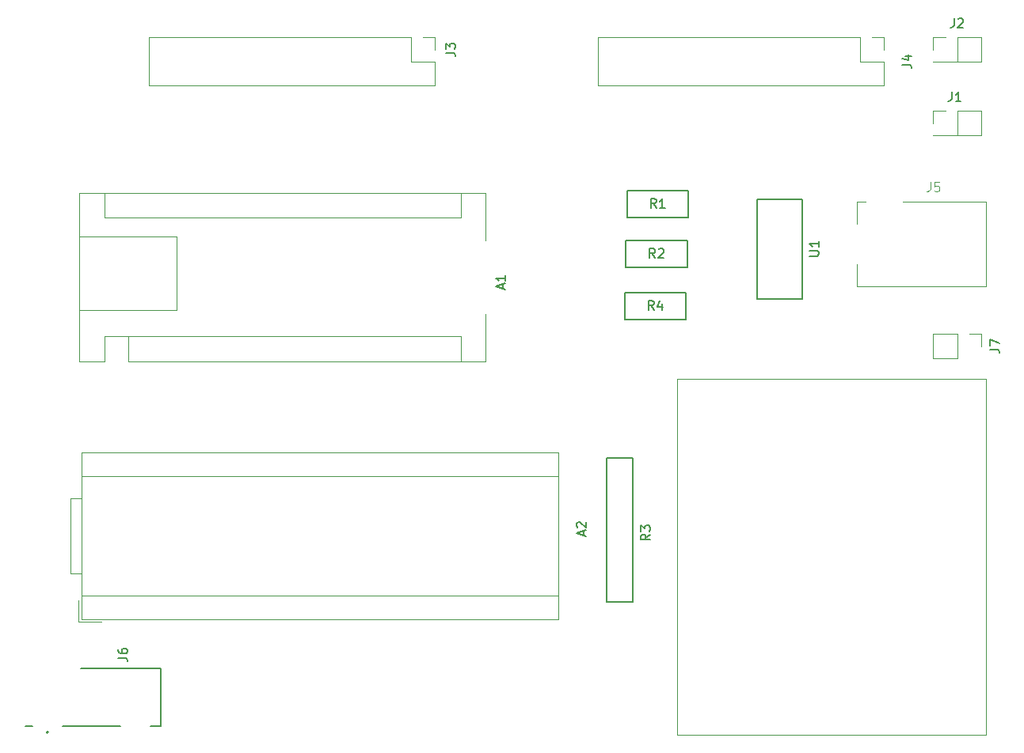
<source format=gbr>
%TF.GenerationSoftware,KiCad,Pcbnew,8.0.6*%
%TF.CreationDate,2025-09-07T21:00:42+02:00*%
%TF.ProjectId,main_board,6d61696e-5f62-46f6-9172-642e6b696361,rev?*%
%TF.SameCoordinates,Original*%
%TF.FileFunction,Legend,Top*%
%TF.FilePolarity,Positive*%
%FSLAX46Y46*%
G04 Gerber Fmt 4.6, Leading zero omitted, Abs format (unit mm)*
G04 Created by KiCad (PCBNEW 8.0.6) date 2025-09-07 21:00:42*
%MOMM*%
%LPD*%
G01*
G04 APERTURE LIST*
%ADD10C,0.150000*%
%ADD11C,0.100000*%
%ADD12C,0.120000*%
%ADD13C,0.152400*%
%ADD14C,0.200000*%
%ADD15C,0.127000*%
%ADD16C,0.050000*%
%ADD17R,1.700000X1.700000*%
%ADD18O,1.700000X1.700000*%
%ADD19R,1.320800X1.320800*%
%ADD20C,1.320800*%
%ADD21O,2.604000X1.404000*%
%ADD22O,2.820000X1.512000*%
%ADD23C,1.800000*%
%ADD24R,1.397000X1.397000*%
%ADD25C,1.397000*%
%ADD26C,3.200000*%
%ADD27R,1.600000X1.600000*%
%ADD28O,1.600000X1.600000*%
%ADD29C,1.700000*%
%ADD30R,1.651000X1.651000*%
%ADD31C,1.651000*%
%ADD32O,2.000000X4.200000*%
%ADD33O,4.200000X2.000000*%
%ADD34C,4.000000*%
G04 APERTURE END LIST*
D10*
X181826819Y-54943333D02*
X182541104Y-54943333D01*
X182541104Y-54943333D02*
X182683961Y-54990952D01*
X182683961Y-54990952D02*
X182779200Y-55086190D01*
X182779200Y-55086190D02*
X182826819Y-55229047D01*
X182826819Y-55229047D02*
X182826819Y-55324285D01*
X182160152Y-54038571D02*
X182826819Y-54038571D01*
X181779200Y-54276666D02*
X182493485Y-54514761D01*
X182493485Y-54514761D02*
X182493485Y-53895714D01*
X187118666Y-57874819D02*
X187118666Y-58589104D01*
X187118666Y-58589104D02*
X187071047Y-58731961D01*
X187071047Y-58731961D02*
X186975809Y-58827200D01*
X186975809Y-58827200D02*
X186832952Y-58874819D01*
X186832952Y-58874819D02*
X186737714Y-58874819D01*
X188118666Y-58874819D02*
X187547238Y-58874819D01*
X187832952Y-58874819D02*
X187832952Y-57874819D01*
X187832952Y-57874819D02*
X187737714Y-58017676D01*
X187737714Y-58017676D02*
X187642476Y-58112914D01*
X187642476Y-58112914D02*
X187547238Y-58160533D01*
X154886819Y-105246466D02*
X154410628Y-105579799D01*
X154886819Y-105817894D02*
X153886819Y-105817894D01*
X153886819Y-105817894D02*
X153886819Y-105436942D01*
X153886819Y-105436942D02*
X153934438Y-105341704D01*
X153934438Y-105341704D02*
X153982057Y-105294085D01*
X153982057Y-105294085D02*
X154077295Y-105246466D01*
X154077295Y-105246466D02*
X154220152Y-105246466D01*
X154220152Y-105246466D02*
X154315390Y-105294085D01*
X154315390Y-105294085D02*
X154363009Y-105341704D01*
X154363009Y-105341704D02*
X154410628Y-105436942D01*
X154410628Y-105436942D02*
X154410628Y-105817894D01*
X153886819Y-104913132D02*
X153886819Y-104294085D01*
X153886819Y-104294085D02*
X154267771Y-104627418D01*
X154267771Y-104627418D02*
X154267771Y-104484561D01*
X154267771Y-104484561D02*
X154315390Y-104389323D01*
X154315390Y-104389323D02*
X154363009Y-104341704D01*
X154363009Y-104341704D02*
X154458247Y-104294085D01*
X154458247Y-104294085D02*
X154696342Y-104294085D01*
X154696342Y-104294085D02*
X154791580Y-104341704D01*
X154791580Y-104341704D02*
X154839200Y-104389323D01*
X154839200Y-104389323D02*
X154886819Y-104484561D01*
X154886819Y-104484561D02*
X154886819Y-104770275D01*
X154886819Y-104770275D02*
X154839200Y-104865513D01*
X154839200Y-104865513D02*
X154791580Y-104913132D01*
X187372666Y-50000819D02*
X187372666Y-50715104D01*
X187372666Y-50715104D02*
X187325047Y-50857961D01*
X187325047Y-50857961D02*
X187229809Y-50953200D01*
X187229809Y-50953200D02*
X187086952Y-51000819D01*
X187086952Y-51000819D02*
X186991714Y-51000819D01*
X187801238Y-50096057D02*
X187848857Y-50048438D01*
X187848857Y-50048438D02*
X187944095Y-50000819D01*
X187944095Y-50000819D02*
X188182190Y-50000819D01*
X188182190Y-50000819D02*
X188277428Y-50048438D01*
X188277428Y-50048438D02*
X188325047Y-50096057D01*
X188325047Y-50096057D02*
X188372666Y-50191295D01*
X188372666Y-50191295D02*
X188372666Y-50286533D01*
X188372666Y-50286533D02*
X188325047Y-50429390D01*
X188325047Y-50429390D02*
X187753619Y-51000819D01*
X187753619Y-51000819D02*
X188372666Y-51000819D01*
X98006819Y-118443333D02*
X98721104Y-118443333D01*
X98721104Y-118443333D02*
X98863961Y-118490952D01*
X98863961Y-118490952D02*
X98959200Y-118586190D01*
X98959200Y-118586190D02*
X99006819Y-118729047D01*
X99006819Y-118729047D02*
X99006819Y-118824285D01*
X98006819Y-117538571D02*
X98006819Y-117729047D01*
X98006819Y-117729047D02*
X98054438Y-117824285D01*
X98054438Y-117824285D02*
X98102057Y-117871904D01*
X98102057Y-117871904D02*
X98244914Y-117967142D01*
X98244914Y-117967142D02*
X98435390Y-118014761D01*
X98435390Y-118014761D02*
X98816342Y-118014761D01*
X98816342Y-118014761D02*
X98911580Y-117967142D01*
X98911580Y-117967142D02*
X98959200Y-117919523D01*
X98959200Y-117919523D02*
X99006819Y-117824285D01*
X99006819Y-117824285D02*
X99006819Y-117633809D01*
X99006819Y-117633809D02*
X98959200Y-117538571D01*
X98959200Y-117538571D02*
X98911580Y-117490952D01*
X98911580Y-117490952D02*
X98816342Y-117443333D01*
X98816342Y-117443333D02*
X98578247Y-117443333D01*
X98578247Y-117443333D02*
X98483009Y-117490952D01*
X98483009Y-117490952D02*
X98435390Y-117538571D01*
X98435390Y-117538571D02*
X98387771Y-117633809D01*
X98387771Y-117633809D02*
X98387771Y-117824285D01*
X98387771Y-117824285D02*
X98435390Y-117919523D01*
X98435390Y-117919523D02*
X98483009Y-117967142D01*
X98483009Y-117967142D02*
X98578247Y-118014761D01*
X155281333Y-81226819D02*
X154948000Y-80750628D01*
X154709905Y-81226819D02*
X154709905Y-80226819D01*
X154709905Y-80226819D02*
X155090857Y-80226819D01*
X155090857Y-80226819D02*
X155186095Y-80274438D01*
X155186095Y-80274438D02*
X155233714Y-80322057D01*
X155233714Y-80322057D02*
X155281333Y-80417295D01*
X155281333Y-80417295D02*
X155281333Y-80560152D01*
X155281333Y-80560152D02*
X155233714Y-80655390D01*
X155233714Y-80655390D02*
X155186095Y-80703009D01*
X155186095Y-80703009D02*
X155090857Y-80750628D01*
X155090857Y-80750628D02*
X154709905Y-80750628D01*
X156138476Y-80560152D02*
X156138476Y-81226819D01*
X155900381Y-80179200D02*
X155662286Y-80893485D01*
X155662286Y-80893485D02*
X156281333Y-80893485D01*
X139107104Y-78946285D02*
X139107104Y-78470095D01*
X139392819Y-79041523D02*
X138392819Y-78708190D01*
X138392819Y-78708190D02*
X139392819Y-78374857D01*
X139392819Y-77517714D02*
X139392819Y-78089142D01*
X139392819Y-77803428D02*
X138392819Y-77803428D01*
X138392819Y-77803428D02*
X138535676Y-77898666D01*
X138535676Y-77898666D02*
X138630914Y-77993904D01*
X138630914Y-77993904D02*
X138678533Y-78089142D01*
X155535333Y-70304819D02*
X155202000Y-69828628D01*
X154963905Y-70304819D02*
X154963905Y-69304819D01*
X154963905Y-69304819D02*
X155344857Y-69304819D01*
X155344857Y-69304819D02*
X155440095Y-69352438D01*
X155440095Y-69352438D02*
X155487714Y-69400057D01*
X155487714Y-69400057D02*
X155535333Y-69495295D01*
X155535333Y-69495295D02*
X155535333Y-69638152D01*
X155535333Y-69638152D02*
X155487714Y-69733390D01*
X155487714Y-69733390D02*
X155440095Y-69781009D01*
X155440095Y-69781009D02*
X155344857Y-69828628D01*
X155344857Y-69828628D02*
X154963905Y-69828628D01*
X156487714Y-70304819D02*
X155916286Y-70304819D01*
X156202000Y-70304819D02*
X156202000Y-69304819D01*
X156202000Y-69304819D02*
X156106762Y-69447676D01*
X156106762Y-69447676D02*
X156011524Y-69542914D01*
X156011524Y-69542914D02*
X155916286Y-69590533D01*
X155408333Y-75638819D02*
X155075000Y-75162628D01*
X154836905Y-75638819D02*
X154836905Y-74638819D01*
X154836905Y-74638819D02*
X155217857Y-74638819D01*
X155217857Y-74638819D02*
X155313095Y-74686438D01*
X155313095Y-74686438D02*
X155360714Y-74734057D01*
X155360714Y-74734057D02*
X155408333Y-74829295D01*
X155408333Y-74829295D02*
X155408333Y-74972152D01*
X155408333Y-74972152D02*
X155360714Y-75067390D01*
X155360714Y-75067390D02*
X155313095Y-75115009D01*
X155313095Y-75115009D02*
X155217857Y-75162628D01*
X155217857Y-75162628D02*
X154836905Y-75162628D01*
X155789286Y-74734057D02*
X155836905Y-74686438D01*
X155836905Y-74686438D02*
X155932143Y-74638819D01*
X155932143Y-74638819D02*
X156170238Y-74638819D01*
X156170238Y-74638819D02*
X156265476Y-74686438D01*
X156265476Y-74686438D02*
X156313095Y-74734057D01*
X156313095Y-74734057D02*
X156360714Y-74829295D01*
X156360714Y-74829295D02*
X156360714Y-74924533D01*
X156360714Y-74924533D02*
X156313095Y-75067390D01*
X156313095Y-75067390D02*
X155741667Y-75638819D01*
X155741667Y-75638819D02*
X156360714Y-75638819D01*
X147743104Y-105362285D02*
X147743104Y-104886095D01*
X148028819Y-105457523D02*
X147028819Y-105124190D01*
X147028819Y-105124190D02*
X148028819Y-104790857D01*
X147124057Y-104505142D02*
X147076438Y-104457523D01*
X147076438Y-104457523D02*
X147028819Y-104362285D01*
X147028819Y-104362285D02*
X147028819Y-104124190D01*
X147028819Y-104124190D02*
X147076438Y-104028952D01*
X147076438Y-104028952D02*
X147124057Y-103981333D01*
X147124057Y-103981333D02*
X147219295Y-103933714D01*
X147219295Y-103933714D02*
X147314533Y-103933714D01*
X147314533Y-103933714D02*
X147457390Y-103981333D01*
X147457390Y-103981333D02*
X148028819Y-104552761D01*
X148028819Y-104552761D02*
X148028819Y-103933714D01*
X171920819Y-75437904D02*
X172730342Y-75437904D01*
X172730342Y-75437904D02*
X172825580Y-75390285D01*
X172825580Y-75390285D02*
X172873200Y-75342666D01*
X172873200Y-75342666D02*
X172920819Y-75247428D01*
X172920819Y-75247428D02*
X172920819Y-75056952D01*
X172920819Y-75056952D02*
X172873200Y-74961714D01*
X172873200Y-74961714D02*
X172825580Y-74914095D01*
X172825580Y-74914095D02*
X172730342Y-74866476D01*
X172730342Y-74866476D02*
X171920819Y-74866476D01*
X172920819Y-73866476D02*
X172920819Y-74437904D01*
X172920819Y-74152190D02*
X171920819Y-74152190D01*
X171920819Y-74152190D02*
X172063676Y-74247428D01*
X172063676Y-74247428D02*
X172158914Y-74342666D01*
X172158914Y-74342666D02*
X172206533Y-74437904D01*
X133058819Y-53673333D02*
X133773104Y-53673333D01*
X133773104Y-53673333D02*
X133915961Y-53720952D01*
X133915961Y-53720952D02*
X134011200Y-53816190D01*
X134011200Y-53816190D02*
X134058819Y-53959047D01*
X134058819Y-53959047D02*
X134058819Y-54054285D01*
X133058819Y-53292380D02*
X133058819Y-52673333D01*
X133058819Y-52673333D02*
X133439771Y-53006666D01*
X133439771Y-53006666D02*
X133439771Y-52863809D01*
X133439771Y-52863809D02*
X133487390Y-52768571D01*
X133487390Y-52768571D02*
X133535009Y-52720952D01*
X133535009Y-52720952D02*
X133630247Y-52673333D01*
X133630247Y-52673333D02*
X133868342Y-52673333D01*
X133868342Y-52673333D02*
X133963580Y-52720952D01*
X133963580Y-52720952D02*
X134011200Y-52768571D01*
X134011200Y-52768571D02*
X134058819Y-52863809D01*
X134058819Y-52863809D02*
X134058819Y-53149523D01*
X134058819Y-53149523D02*
X134011200Y-53244761D01*
X134011200Y-53244761D02*
X133963580Y-53292380D01*
D11*
X184832666Y-67529419D02*
X184832666Y-68243704D01*
X184832666Y-68243704D02*
X184785047Y-68386561D01*
X184785047Y-68386561D02*
X184689809Y-68481800D01*
X184689809Y-68481800D02*
X184546952Y-68529419D01*
X184546952Y-68529419D02*
X184451714Y-68529419D01*
X185785047Y-67529419D02*
X185308857Y-67529419D01*
X185308857Y-67529419D02*
X185261238Y-68005609D01*
X185261238Y-68005609D02*
X185308857Y-67957990D01*
X185308857Y-67957990D02*
X185404095Y-67910371D01*
X185404095Y-67910371D02*
X185642190Y-67910371D01*
X185642190Y-67910371D02*
X185737428Y-67957990D01*
X185737428Y-67957990D02*
X185785047Y-68005609D01*
X185785047Y-68005609D02*
X185832666Y-68100847D01*
X185832666Y-68100847D02*
X185832666Y-68338942D01*
X185832666Y-68338942D02*
X185785047Y-68434180D01*
X185785047Y-68434180D02*
X185737428Y-68481800D01*
X185737428Y-68481800D02*
X185642190Y-68529419D01*
X185642190Y-68529419D02*
X185404095Y-68529419D01*
X185404095Y-68529419D02*
X185308857Y-68481800D01*
X185308857Y-68481800D02*
X185261238Y-68434180D01*
D10*
X191224819Y-85423333D02*
X191939104Y-85423333D01*
X191939104Y-85423333D02*
X192081961Y-85470952D01*
X192081961Y-85470952D02*
X192177200Y-85566190D01*
X192177200Y-85566190D02*
X192224819Y-85709047D01*
X192224819Y-85709047D02*
X192224819Y-85804285D01*
X191224819Y-85042380D02*
X191224819Y-84375714D01*
X191224819Y-84375714D02*
X192224819Y-84804285D01*
D12*
X149292000Y-52010000D02*
X149292000Y-57210000D01*
X177292000Y-52010000D02*
X149292000Y-52010000D01*
X177292000Y-52010000D02*
X177292000Y-54610000D01*
X177292000Y-54610000D02*
X179892000Y-54610000D01*
X178562000Y-52010000D02*
X179892000Y-52010000D01*
X179892000Y-52010000D02*
X179892000Y-53340000D01*
X179892000Y-54610000D02*
X179892000Y-57210000D01*
X179892000Y-57210000D02*
X149292000Y-57210000D01*
X185106000Y-59884000D02*
X186436000Y-59884000D01*
X185106000Y-61214000D02*
X185106000Y-59884000D01*
X185106000Y-62484000D02*
X185106000Y-62544000D01*
X185106000Y-62484000D02*
X187706000Y-62484000D01*
X185106000Y-62544000D02*
X190306000Y-62544000D01*
X187706000Y-59884000D02*
X190306000Y-59884000D01*
X187706000Y-62484000D02*
X187706000Y-59884000D01*
X190306000Y-59884000D02*
X190306000Y-62544000D01*
D13*
X150266400Y-112483900D02*
X150266400Y-97040700D01*
X153009600Y-97040700D02*
X150266400Y-97040700D01*
X153009600Y-112483900D02*
X150266400Y-112483900D01*
X153009600Y-112483900D02*
X153009600Y-97040700D01*
D12*
X185106000Y-52010000D02*
X186436000Y-52010000D01*
X185106000Y-53340000D02*
X185106000Y-52010000D01*
X185106000Y-54610000D02*
X185106000Y-54670000D01*
X185106000Y-54610000D02*
X187706000Y-54610000D01*
X185106000Y-54670000D02*
X190306000Y-54670000D01*
X187706000Y-52010000D02*
X190306000Y-52010000D01*
X187706000Y-54610000D02*
X187706000Y-52010000D01*
X190306000Y-52010000D02*
X190306000Y-54670000D01*
D14*
X90552000Y-126432000D02*
G75*
G02*
X90352000Y-126432000I-100000J0D01*
G01*
X90352000Y-126432000D02*
G75*
G02*
X90552000Y-126432000I100000J0D01*
G01*
D15*
X102552000Y-125782000D02*
X102552000Y-119582000D01*
X102552000Y-119582000D02*
X93980000Y-119582000D01*
X101480000Y-125782000D02*
X102552000Y-125782000D01*
X98224000Y-125782000D02*
X92080000Y-125782000D01*
X88824000Y-125782000D02*
X88052000Y-125782000D01*
D13*
X152171400Y-79336900D02*
X152171400Y-82207100D01*
X152171400Y-82207100D02*
X158724600Y-82207100D01*
X158724600Y-79336900D02*
X152171400Y-79336900D01*
X158724600Y-82207100D02*
X158724600Y-79336900D01*
D12*
X93835000Y-73354000D02*
X104255000Y-73354000D01*
X93835000Y-81234000D02*
X93835000Y-73354000D01*
X93850000Y-68694000D02*
X93850000Y-86734000D01*
X93850000Y-86734000D02*
X96520000Y-86734000D01*
X96520000Y-71364000D02*
X96520000Y-68694000D01*
X96520000Y-71364000D02*
X134620000Y-71364000D01*
X96520000Y-84064000D02*
X96520000Y-86734000D01*
X99060000Y-84064000D02*
X96520000Y-84064000D01*
X99060000Y-84064000D02*
X99060000Y-86734000D01*
X99060000Y-84064000D02*
X134620000Y-84064000D01*
X99060000Y-86734000D02*
X137290000Y-86734000D01*
X104255000Y-73354000D02*
X104255000Y-81234000D01*
X104255000Y-81234000D02*
X93835000Y-81234000D01*
X134620000Y-71364000D02*
X134620000Y-68694000D01*
X134620000Y-84064000D02*
X134620000Y-86734000D01*
X137290000Y-68694000D02*
X93850000Y-68694000D01*
X137290000Y-68694000D02*
X137290000Y-73774000D01*
X137290000Y-86734000D02*
X137290000Y-81654000D01*
D13*
X152425400Y-68414900D02*
X152425400Y-71285100D01*
X152425400Y-71285100D02*
X158978600Y-71285100D01*
X158978600Y-68414900D02*
X152425400Y-68414900D01*
X158978600Y-71285100D02*
X158978600Y-68414900D01*
X152298400Y-73748900D02*
X152298400Y-76619100D01*
X152298400Y-76619100D02*
X158851600Y-76619100D01*
X158851600Y-73748900D02*
X152298400Y-73748900D01*
X158851600Y-76619100D02*
X158851600Y-73748900D01*
D12*
X92904000Y-101410000D02*
X94104000Y-101410000D01*
X92904000Y-109410000D02*
X92904000Y-101410000D01*
X93804000Y-112310000D02*
X93804000Y-114610000D01*
X93804000Y-114610000D02*
X96204000Y-114610000D01*
X94104000Y-96510000D02*
X145104000Y-96510000D01*
X94104000Y-99030000D02*
X145104000Y-99030000D01*
X94104000Y-109410000D02*
X92904000Y-109410000D01*
X94104000Y-111830000D02*
X145104000Y-111830000D01*
X94104000Y-114310000D02*
X94104000Y-96510000D01*
X145104000Y-96510000D02*
X145104000Y-114310000D01*
X145104000Y-114310000D02*
X94104000Y-114310000D01*
D13*
X166306500Y-69342000D02*
X166306500Y-80010000D01*
X166306500Y-80010000D02*
X171157900Y-80010000D01*
X171157900Y-69342000D02*
X166306500Y-69342000D01*
X171157900Y-80010000D02*
X171157900Y-69342000D01*
D12*
X101286000Y-52010000D02*
X101286000Y-57210000D01*
X129286000Y-52010000D02*
X101286000Y-52010000D01*
X129286000Y-52010000D02*
X129286000Y-54610000D01*
X129286000Y-54610000D02*
X131886000Y-54610000D01*
X130556000Y-52010000D02*
X131886000Y-52010000D01*
X131886000Y-52010000D02*
X131886000Y-53340000D01*
X131886000Y-54610000D02*
X131886000Y-57210000D01*
X131886000Y-57210000D02*
X101286000Y-57210000D01*
D11*
X190754000Y-78668000D02*
X176954000Y-78668000D01*
X176954000Y-69668000D01*
X190754000Y-69668000D01*
X190754000Y-78668000D01*
D12*
X185106000Y-83760000D02*
X185106000Y-86420000D01*
X187706000Y-83760000D02*
X185106000Y-83760000D01*
X187706000Y-83760000D02*
X187706000Y-86420000D01*
X187706000Y-86420000D02*
X185106000Y-86420000D01*
X188976000Y-83760000D02*
X190306000Y-83760000D01*
X190306000Y-83760000D02*
X190306000Y-85090000D01*
D16*
X157799000Y-88596000D02*
X190819000Y-88596000D01*
X190819000Y-126696000D01*
X157799000Y-126696000D01*
X157799000Y-88596000D01*
%LPC*%
D17*
X178562000Y-53340000D03*
D18*
X178562000Y-55880000D03*
X176022000Y-53340000D03*
X176022000Y-55880000D03*
X173482000Y-53340000D03*
X173482000Y-55880000D03*
X170942000Y-53340000D03*
X170942000Y-55880000D03*
X168402000Y-53340000D03*
X168402000Y-55880000D03*
X165862000Y-53340000D03*
X165862000Y-55880000D03*
X163322000Y-53340000D03*
X163322000Y-55880000D03*
X160782000Y-53340000D03*
X160782000Y-55880000D03*
X158242000Y-53340000D03*
X158242000Y-55880000D03*
X155702000Y-53340000D03*
X155702000Y-55880000D03*
X153162000Y-53340000D03*
X153162000Y-55880000D03*
X150622000Y-53340000D03*
X150622000Y-55880000D03*
D17*
X186436000Y-61214000D03*
D18*
X188976000Y-61214000D03*
D19*
X151638000Y-98221800D03*
D20*
X151638000Y-100838000D03*
X151638000Y-103454200D03*
X151638000Y-106070400D03*
X151638000Y-108686600D03*
X151638000Y-111302800D03*
D17*
X186436000Y-53340000D03*
D18*
X188976000Y-53340000D03*
D21*
X92352000Y-120142000D03*
X89552000Y-120142000D03*
D22*
X99852000Y-125002000D03*
D21*
X90452000Y-125222000D03*
D23*
X91552000Y-122682000D03*
X98552000Y-122682000D03*
D24*
X149733000Y-80772000D03*
D25*
X161163000Y-80772000D03*
D26*
X91186000Y-44958000D03*
D27*
X97790000Y-85334000D03*
D28*
X100330000Y-85334000D03*
X102870000Y-85334000D03*
X105410000Y-85334000D03*
X107950000Y-85334000D03*
X110490000Y-85334000D03*
X113030000Y-85334000D03*
X115570000Y-85334000D03*
X118110000Y-85334000D03*
X120650000Y-85334000D03*
X123190000Y-85334000D03*
X125730000Y-85334000D03*
X128270000Y-85334000D03*
X130810000Y-85334000D03*
X133350000Y-85334000D03*
X133350000Y-70094000D03*
X130810000Y-70094000D03*
X128270000Y-70094000D03*
X125730000Y-70094000D03*
X123190000Y-70094000D03*
X120650000Y-70094000D03*
X118110000Y-70094000D03*
X115570000Y-70094000D03*
X113030000Y-70094000D03*
X110490000Y-70094000D03*
X107950000Y-70094000D03*
X105410000Y-70094000D03*
X102870000Y-70094000D03*
X100330000Y-70094000D03*
X97790000Y-70094000D03*
D24*
X149987000Y-69850000D03*
D25*
X161417000Y-69850000D03*
D26*
X194310000Y-133350000D03*
D24*
X149860000Y-75184000D03*
D25*
X161290000Y-75184000D03*
D17*
X95504000Y-113030000D03*
D29*
X98044000Y-113030000D03*
X100584000Y-113030000D03*
X103124000Y-113030000D03*
X105664000Y-113030000D03*
X108204000Y-113030000D03*
X110744000Y-113030000D03*
X113284000Y-113030000D03*
X115824000Y-113030000D03*
X118364000Y-113030000D03*
X120904000Y-113030000D03*
X123444000Y-113030000D03*
X125984000Y-113030000D03*
X128524000Y-113030000D03*
X131064000Y-113030000D03*
X133604000Y-113030000D03*
X136144000Y-113030000D03*
X138684000Y-113030000D03*
X141224000Y-113030000D03*
X143764000Y-113030000D03*
X143764000Y-97790000D03*
X141224000Y-97790000D03*
X138684000Y-97790000D03*
X136144000Y-97790000D03*
X133604000Y-97790000D03*
X131064000Y-97790000D03*
X128524000Y-97790000D03*
X125984000Y-97790000D03*
X123444000Y-97790000D03*
X120904000Y-97790000D03*
X118364000Y-97790000D03*
X115824000Y-97790000D03*
X113284000Y-97790000D03*
X110744000Y-97790000D03*
X108204000Y-97790000D03*
X105664000Y-97790000D03*
X103124000Y-97790000D03*
X100584000Y-97790000D03*
X98044000Y-97790000D03*
X95504000Y-97790000D03*
D30*
X169164000Y-77216000D03*
D31*
X169164000Y-74676000D03*
X169164000Y-72136000D03*
D26*
X194310000Y-44958000D03*
X91186000Y-133350000D03*
D17*
X130556000Y-53340000D03*
D18*
X130556000Y-55880000D03*
X128016000Y-53340000D03*
X128016000Y-55880000D03*
X125476000Y-53340000D03*
X125476000Y-55880000D03*
X122936000Y-53340000D03*
X122936000Y-55880000D03*
X120396000Y-53340000D03*
X120396000Y-55880000D03*
X117856000Y-53340000D03*
X117856000Y-55880000D03*
X115316000Y-53340000D03*
X115316000Y-55880000D03*
X112776000Y-53340000D03*
X112776000Y-55880000D03*
X110236000Y-53340000D03*
X110236000Y-55880000D03*
X107696000Y-53340000D03*
X107696000Y-55880000D03*
X105156000Y-53340000D03*
X105156000Y-55880000D03*
X102616000Y-53340000D03*
X102616000Y-55880000D03*
D32*
X176954000Y-74168000D03*
X183254000Y-74168000D03*
D33*
X179954000Y-69168000D03*
D17*
X188976000Y-85090000D03*
D18*
X186436000Y-85090000D03*
D17*
X161544000Y-119126000D03*
D29*
X161544000Y-116586000D03*
X161544000Y-114046000D03*
X161544000Y-111506000D03*
X161544000Y-108966000D03*
X161544000Y-106426000D03*
X161544000Y-103886000D03*
X161544000Y-101346000D03*
X161544000Y-98806000D03*
X161544000Y-96266000D03*
D34*
X186436000Y-123952000D03*
X162306000Y-123952000D03*
X160528000Y-91440000D03*
%LPD*%
M02*

</source>
